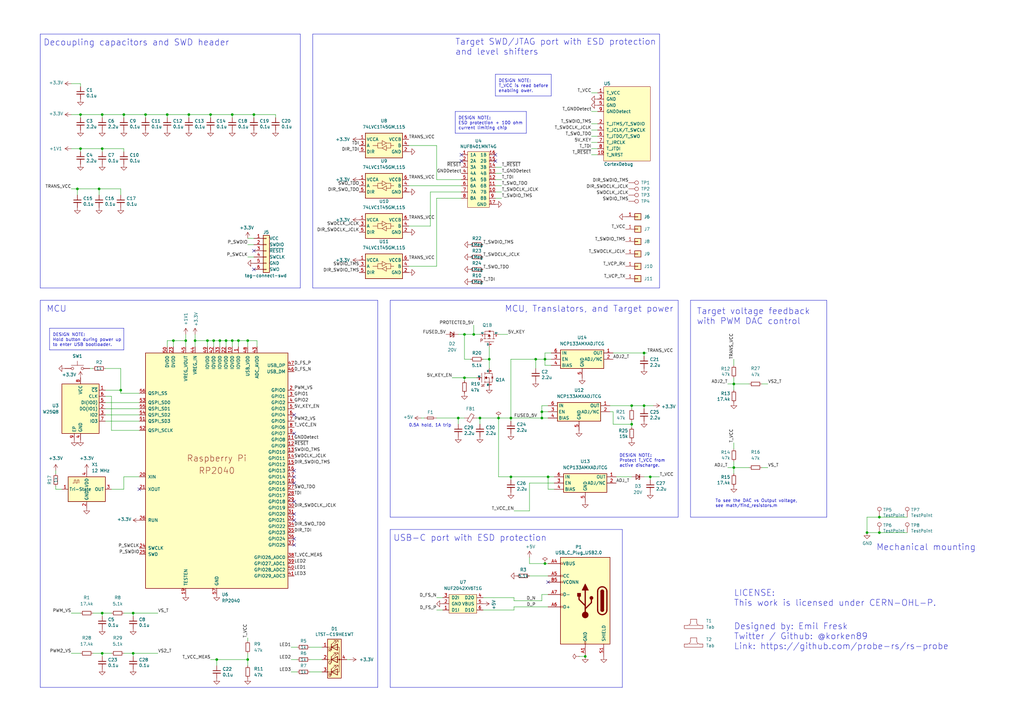
<source format=kicad_sch>
(kicad_sch (version 20231120) (generator "eeschema") (generator_version "8.0")
  (paper "A3")
  (junction (at 101.6 270.51))
  (junction (at 222.25 171.45))
  (junction (at 87.63 139.7))
  (junction (at 68.58 46.99))
  (junction (at 190.5 137.16))
  (junction (at 54.61 251.46))
  (junction (at 33.02 46.99))
  (junction (at 196.85 171.45))
  (junction (at 80.01 139.7))
  (junction (at 264.16 166.37))
  (junction (at 50.8 46.99))
  (junction (at 95.25 139.7))
  (junction (at 85.09 139.7))
  (junction (at 360.68 212.09))
  (junction (at 209.55 195.58))
  (junction (at 264.16 144.78))
  (junction (at 190.5 154.94))
  (junction (at 224.79 195.58))
  (junction (at 76.2 139.7))
  (junction (at 204.47 171.45))
  (junction (at 31.75 77.47))
  (junction (at 355.6 218.44))
  (junction (at 40.64 77.47))
  (junction (at 59.69 46.99))
  (junction (at 41.91 46.99))
  (junction (at 86.36 46.99))
  (junction (at 77.47 46.99))
  (junction (at 222.25 168.91))
  (junction (at 259.08 173.99))
  (junction (at 101.6 139.7))
  (junction (at 97.79 139.7))
  (junction (at 200.66 147.32))
  (junction (at 209.55 171.45))
  (junction (at 41.91 251.46))
  (junction (at 88.9 270.51))
  (junction (at 223.52 147.32))
  (junction (at 49.53 160.02))
  (junction (at 41.91 267.97))
  (junction (at 194.31 137.16))
  (junction (at 300.99 191.77))
  (junction (at 259.08 166.37))
  (junction (at 223.52 231.14))
  (junction (at 240.03 269.24))
  (junction (at 95.25 46.99))
  (junction (at 90.17 139.7))
  (junction (at 41.91 60.96))
  (junction (at 104.14 46.99))
  (junction (at 219.71 147.32))
  (junction (at 92.71 139.7))
  (junction (at 71.12 139.7))
  (junction (at 187.96 171.45))
  (junction (at 54.61 267.97))
  (junction (at 300.99 157.48))
  (junction (at 33.02 60.96))
  (junction (at 266.7 195.58))
  (junction (at 360.68 218.44))
  (no_connect (at 120.65 205.74))
  (no_connect (at 120.65 210.82))
  (no_connect (at 120.65 220.98))
  (no_connect (at 120.65 198.12))
  (no_connect (at 104.14 110.49))
  (no_connect (at 120.65 223.52))
  (no_connect (at 120.65 170.18))
  (no_connect (at 120.65 213.36))
  (no_connect (at 189.23 66.04))
  (no_connect (at 224.79 238.76))
  (no_connect (at 203.2 66.04))
  (no_connect (at 104.14 102.87))
  (no_connect (at 57.15 200.66))
  (no_connect (at 120.65 195.58))
  (no_connect (at 120.65 177.8))
  (no_connect (at 203.2 63.5))
  (no_connect (at 120.65 193.04))
  (no_connect (at 189.23 63.5))
  (wire (pts (xy 205.74 73.66) (xy 203.2 73.66)))
  (wire (pts (xy 25.4 200.66) (xy 22.86 200.66)))
  (wire (pts (xy 196.85 171.45) (xy 196.85 173.99)))
  (wire (pts (xy 185.42 154.94) (xy 190.5 154.94)))
  (wire (pts (xy 222.25 243.84) (xy 222.25 246.38)))
  (wire (pts (xy 95.25 46.99) (xy 104.14 46.99)))
  (wire (pts (xy 43.18 170.18) (xy 57.15 170.18)))
  (wire (pts (xy 76.2 139.7) (xy 76.2 142.24)))
  (wire (pts (xy 45.72 176.53) (xy 45.72 162.56)))
  (wire (pts (xy 250.19 168.91) (xy 251.46 168.91)))
  (polyline (pts (xy 339.09 212.09) (xy 339.09 123.19)))
  (wire (pts (xy 29.21 34.29) (xy 33.02 34.29)))
  (wire (pts (xy 127 270.51) (xy 132.08 270.51)))
  (polyline (pts (xy 16.51 123.19) (xy 154.94 123.19)))
  (wire (pts (xy 266.7 195.58) (xy 270.51 195.58)))
  (wire (pts (xy 95.25 139.7) (xy 97.79 139.7)))
  (wire (pts (xy 264.16 195.58) (xy 266.7 195.58)))
  (wire (pts (xy 222.25 168.91) (xy 222.25 166.37)))
  (wire (pts (xy 300.99 157.48) (xy 307.34 157.48)))
  (wire (pts (xy 41.91 60.96) (xy 41.91 62.23)))
  (wire (pts (xy 54.61 251.46) (xy 64.77 251.46)))
  (wire (pts (xy 41.91 251.46) (xy 45.72 251.46)))
  (wire (pts (xy 101.6 139.7) (xy 105.41 139.7)))
  (wire (pts (xy 167.64 109.22) (xy 179.07 109.22)))
  (wire (pts (xy 223.52 149.86) (xy 223.52 147.32)))
  (wire (pts (xy 245.11 50.8) (xy 242.57 50.8)))
  (wire (pts (xy 95.25 139.7) (xy 95.25 142.24)))
  (wire (pts (xy 38.1 251.46) (xy 41.91 251.46)))
  (wire (pts (xy 355.6 212.09) (xy 355.6 218.44)))
  (wire (pts (xy 198.12 147.32) (xy 200.66 147.32)))
  (wire (pts (xy 176.53 92.71) (xy 176.53 78.74)))
  (wire (pts (xy 190.5 154.94) (xy 195.58 154.94)))
  (wire (pts (xy 314.96 157.48) (xy 312.42 157.48)))
  (wire (pts (xy 29.21 267.97) (xy 33.02 267.97)))
  (wire (pts (xy 29.21 60.96) (xy 33.02 60.96)))
  (wire (pts (xy 173.99 171.45) (xy 172.72 171.45)))
  (wire (pts (xy 179.07 109.22) (xy 179.07 81.28)))
  (wire (pts (xy 68.58 46.99) (xy 68.58 48.26)))
  (wire (pts (xy 259.08 172.72) (xy 259.08 173.99)))
  (polyline (pts (xy 123.19 13.97) (xy 123.19 118.11)))
  (polyline (pts (xy 255.27 281.94) (xy 160.02 281.94)))
  (polyline (pts (xy 16.51 281.94) (xy 16.51 123.19)))
  (wire (pts (xy 190.5 147.32) (xy 190.5 137.16)))
  (wire (pts (xy 132.08 275.59) (xy 127 275.59)))
  (polyline (pts (xy 226.06 39.37) (xy 203.2 39.37)))
  (wire (pts (xy 33.02 60.96) (xy 41.91 60.96)))
  (wire (pts (xy 223.52 147.32) (xy 223.52 144.78)))
  (wire (pts (xy 38.1 267.97) (xy 41.91 267.97)))
  (wire (pts (xy 49.53 151.13) (xy 49.53 160.02)))
  (wire (pts (xy 119.38 275.59) (xy 121.92 275.59)))
  (wire (pts (xy 77.47 46.99) (xy 86.36 46.99)))
  (wire (pts (xy 251.46 168.91) (xy 251.46 173.99)))
  (wire (pts (xy 217.17 231.14) (xy 217.17 228.6)))
  (wire (pts (xy 50.8 200.66) (xy 50.8 195.58)))
  (wire (pts (xy 210.82 248.92) (xy 224.79 248.92)))
  (polyline (pts (xy 270.51 118.11) (xy 128.27 118.11)))
  (wire (pts (xy 50.8 46.99) (xy 50.8 48.26)))
  (wire (pts (xy 250.19 166.37) (xy 259.08 166.37)))
  (wire (pts (xy 33.02 35.56) (xy 33.02 34.29)))
  (wire (pts (xy 29.21 46.99) (xy 33.02 46.99)))
  (polyline (pts (xy 278.13 123.19) (xy 278.13 212.09)))
  (wire (pts (xy 179.07 245.11) (xy 181.61 245.11)))
  (wire (pts (xy 101.6 105.41) (xy 104.14 105.41)))
  (wire (pts (xy 49.53 160.02) (xy 49.53 161.29)))
  (wire (pts (xy 264.16 144.78) (xy 265.43 144.78)))
  (wire (pts (xy 360.68 212.09) (xy 355.6 212.09)))
  (wire (pts (xy 179.07 81.28) (xy 189.23 81.28)))
  (wire (pts (xy 45.72 162.56) (xy 43.18 162.56)))
  (polyline (pts (xy 270.51 13.97) (xy 270.51 118.11)))
  (wire (pts (xy 85.09 139.7) (xy 87.63 139.7)))
  (wire (pts (xy 223.52 231.14) (xy 217.17 231.14)))
  (wire (pts (xy 198.12 250.19) (xy 210.82 250.19)))
  (wire (pts (xy 203.2 68.58) (xy 205.74 68.58)))
  (wire (pts (xy 33.02 46.99) (xy 41.91 46.99)))
  (wire (pts (xy 50.8 251.46) (xy 54.61 251.46)))
  (polyline (pts (xy 339.09 123.19) (xy 283.21 123.19)))
  (wire (pts (xy 223.52 147.32) (xy 219.71 147.32)))
  (wire (pts (xy 222.25 171.45) (xy 222.25 168.91)))
  (wire (pts (xy 29.21 77.47) (xy 31.75 77.47)))
  (polyline (pts (xy 160.02 217.17) (xy 255.27 217.17)))
  (wire (pts (xy 224.79 168.91) (xy 222.25 168.91)))
  (wire (pts (xy 40.64 77.47) (xy 40.64 80.01)))
  (wire (pts (xy 77.47 46.99) (xy 77.47 48.26)))
  (polyline (pts (xy 128.27 118.11) (xy 128.27 13.97)))
  (polyline (pts (xy 215.9 54.61) (xy 186.69 54.61)))
  (wire (pts (xy 210.82 248.92) (xy 210.82 250.19)))
  (wire (pts (xy 196.85 171.45) (xy 204.47 171.45)))
  (wire (pts (xy 43.18 151.13) (xy 49.53 151.13)))
  (wire (pts (xy 41.91 251.46) (xy 41.91 252.73)))
  (polyline (pts (xy 203.2 39.37) (xy 203.2 30.48)))
  (wire (pts (xy 300.99 154.94) (xy 300.99 157.48)))
  (wire (pts (xy 43.18 160.02) (xy 49.53 160.02)))
  (wire (pts (xy 87.63 139.7) (xy 90.17 139.7)))
  (polyline (pts (xy 160.02 281.94) (xy 160.02 217.17)))
  (wire (pts (xy 80.01 139.7) (xy 85.09 139.7)))
  (wire (pts (xy 190.5 137.16) (xy 194.31 137.16)))
  (wire (pts (xy 300.99 189.23) (xy 300.99 191.77)))
  (wire (pts (xy 251.46 173.99) (xy 259.08 173.99)))
  (wire (pts (xy 36.83 151.13) (xy 38.1 151.13)))
  (wire (pts (xy 372.11 212.09) (xy 360.68 212.09)))
  (wire (pts (xy 203.2 71.12) (xy 205.74 71.12)))
  (wire (pts (xy 245.11 53.34) (xy 242.57 53.34)))
  (wire (pts (xy 264.16 166.37) (xy 267.97 166.37)))
  (wire (pts (xy 195.58 171.45) (xy 196.85 171.45)))
  (wire (pts (xy 372.11 218.44) (xy 360.68 218.44)))
  (wire (pts (xy 179.07 73.66) (xy 189.23 73.66)))
  (wire (pts (xy 121.92 270.51) (xy 119.38 270.51)))
  (wire (pts (xy 41.91 60.96) (xy 50.8 60.96)))
  (wire (pts (xy 245.11 63.5) (xy 242.57 63.5)))
  (wire (pts (xy 88.9 270.51) (xy 88.9 273.05)))
  (polyline (pts (xy 215.9 45.72) (xy 215.9 54.61)))
  (wire (pts (xy 204.47 171.45) (xy 209.55 171.45)))
  (wire (pts (xy 101.6 270.51) (xy 88.9 270.51)))
  (wire (pts (xy 176.53 78.74) (xy 189.23 78.74)))
  (polyline (pts (xy 16.51 118.11) (xy 16.51 13.97)))
  (wire (pts (xy 360.68 218.44) (xy 355.6 218.44)))
  (wire (pts (xy 50.8 60.96) (xy 50.8 62.23)))
  (wire (pts (xy 105.41 139.7) (xy 105.41 142.24)))
  (wire (pts (xy 101.6 270.51) (xy 101.6 267.97)))
  (wire (pts (xy 127 265.43) (xy 132.08 265.43)))
  (wire (pts (xy 259.08 173.99) (xy 259.08 175.26)))
  (wire (pts (xy 300.99 157.48) (xy 300.99 160.02)))
  (wire (pts (xy 167.64 92.71) (xy 176.53 92.71)))
  (wire (pts (xy 204.47 171.45) (xy 204.47 195.58)))
  (wire (pts (xy 50.8 195.58) (xy 57.15 195.58)))
  (polyline (pts (xy 154.94 123.19) (xy 154.94 281.94)))
  (wire (pts (xy 227.33 200.66) (xy 224.79 200.66)))
  (wire (pts (xy 198.12 245.11) (xy 210.82 245.11)))
  (wire (pts (xy 193.04 147.32) (xy 190.5 147.32)))
  (wire (pts (xy 104.14 46.99) (xy 104.14 48.26)))
  (wire (pts (xy 300.99 147.32) (xy 300.99 149.86)))
  (polyline (pts (xy 278.13 212.09) (xy 160.02 212.09)))
  (wire (pts (xy 179.07 59.69) (xy 179.07 73.66)))
  (wire (pts (xy 92.71 139.7) (xy 95.25 139.7)))
  (wire (pts (xy 57.15 176.53) (xy 45.72 176.53)))
  (wire (pts (xy 101.6 97.79) (xy 104.14 97.79)))
  (polyline (pts (xy 226.06 30.48) (xy 226.06 39.37)))
  (wire (pts (xy 76.2 139.7) (xy 71.12 139.7)))
  (wire (pts (xy 223.52 144.78) (xy 226.06 144.78)))
  (wire (pts (xy 187.96 171.45) (xy 187.96 173.99)))
  (wire (pts (xy 209.55 171.45) (xy 222.25 171.45)))
  (wire (pts (xy 245.11 55.88) (xy 242.57 55.88)))
  (wire (pts (xy 245.11 60.96) (xy 242.57 60.96)))
  (wire (pts (xy 41.91 46.99) (xy 50.8 46.99)))
  (wire (pts (xy 200.66 147.32) (xy 200.66 151.13)))
  (wire (pts (xy 217.17 209.55) (xy 210.82 209.55)))
  (wire (pts (xy 210.82 246.38) (xy 222.25 246.38)))
  (wire (pts (xy 210.82 245.11) (xy 210.82 246.38)))
  (wire (pts (xy 101.6 261.62) (xy 101.6 262.89)))
  (wire (pts (xy 209.55 195.58) (xy 224.79 195.58)))
  (wire (pts (xy 41.91 267.97) (xy 41.91 269.24)))
  (wire (pts (xy 224.79 171.45) (xy 222.25 171.45)))
  (wire (pts (xy 200.66 142.24) (xy 200.66 147.32)))
  (wire (pts (xy 242.57 45.72) (xy 245.11 45.72)))
  (wire (pts (xy 59.69 46.99) (xy 59.69 48.26)))
  (wire (pts (xy 90.17 139.7) (xy 92.71 139.7)))
  (wire (pts (xy 142.24 270.51) (xy 143.51 270.51)))
  (wire (pts (xy 97.79 139.7) (xy 97.79 142.24)))
  (wire (pts (xy 204.47 137.16) (xy 208.28 137.16)))
  (wire (pts (xy 40.64 77.47) (xy 49.53 77.47)))
  (polyline (pts (xy 283.21 212.09) (xy 339.09 212.09)))
  (wire (pts (xy 113.03 46.99) (xy 113.03 48.26)))
  (polyline (pts (xy 20.32 143.51) (xy 20.32 134.62)))
  (wire (pts (xy 167.64 76.2) (xy 189.23 76.2)))
  (wire (pts (xy 31.75 77.47) (xy 31.75 80.01)))
  (polyline (pts (xy 50.8 143.51) (xy 20.32 143.51)))
  (wire (pts (xy 50.8 46.99) (xy 59.69 46.99)))
  (wire (pts (xy 298.45 157.48) (xy 300.99 157.48)))
  (wire (pts (xy 85.09 139.7) (xy 85.09 142.24)))
  (wire (pts (xy 50.8 267.97) (xy 54.61 267.97)))
  (wire (pts (xy 179.07 171.45) (xy 187.96 171.45)))
  (wire (pts (xy 203.2 78.74) (xy 205.74 78.74)))
  (wire (pts (xy 43.18 172.72) (xy 57.15 172.72)))
  (wire (pts (xy 204.47 195.58) (xy 209.55 195.58)))
  (wire (pts (xy 223.52 147.32) (xy 226.06 147.32)))
  (wire (pts (xy 203.2 81.28) (xy 205.74 81.28)))
  (wire (pts (xy 54.61 267.97) (xy 54.61 269.24)))
  (wire (pts (xy 43.18 167.64) (xy 57.15 167.64)))
  (wire (pts (xy 194.31 133.35) (xy 194.31 137.16)))
  (polyline (pts (xy 16.51 13.97) (xy 123.19 13.97)))
  (polyline (pts (xy 160.02 123.19) (xy 278.13 123.19)))
  (wire (pts (xy 217.17 236.22) (xy 224.79 236.22)))
  (wire (pts (xy 187.96 137.16) (xy 190.5 137.16)))
  (polyline (pts (xy 20.32 134.62) (xy 50.8 134.62)))
  (wire (pts (xy 71.12 139.7) (xy 71.12 142.24)))
  (wire (pts (xy 224.79 200.66) (xy 224.79 195.58)))
  (wire (pts (xy 54.61 251.46) (xy 54.61 252.73)))
  (wire (pts (xy 101.6 100.33) (xy 104.14 100.33)))
  (wire (pts (xy 203.2 76.2) (xy 205.74 76.2)))
  (wire (pts (xy 33.02 60.96) (xy 33.02 62.23)))
  (wire (pts (xy 86.36 46.99) (xy 86.36 48.26)))
  (wire (pts (xy 41.91 267.97) (xy 45.72 267.97)))
  (wire (pts (xy 187.96 171.45) (xy 190.5 171.45)))
  (wire (pts (xy 49.53 161.29) (xy 57.15 161.29)))
  (wire (pts (xy 80.01 139.7) (xy 80.01 142.24)))
  (wire (pts (xy 190.5 154.94) (xy 190.5 156.21)))
  (wire (pts (xy 59.69 46.99) (xy 68.58 46.99)))
  (wire (pts (xy 314.96 191.77) (xy 312.42 191.77)))
  (wire (pts (xy 68.58 139.7) (xy 68.58 142.24)))
  (wire (pts (xy 43.18 165.1) (xy 57.15 165.1)))
  (wire (pts (xy 22.86 193.04) (xy 22.86 194.31)))
  (polyline (pts (xy 186.69 45.72) (xy 215.9 45.72)))
  (wire (pts (xy 259.08 166.37) (xy 264.16 166.37)))
  (wire (pts (xy 54.61 267.97) (xy 64.77 267.97)))
  (wire (pts (xy 224.79 231.14) (xy 223.52 231.14)))
  (wire (pts (xy 71.12 139.7) (xy 68.58 139.7)))
  (wire (pts (xy 87.63 139.7) (xy 87.63 142.24)))
  (wire (pts (xy 88.9 270.51) (xy 86.36 270.51)))
  (wire (pts (xy 179.07 250.19) (xy 181.61 250.19)))
  (wire (pts (xy 300.99 191.77) (xy 307.34 191.77)))
  (wire (pts (xy 300.99 191.77) (xy 300.99 194.31)))
  (wire (pts (xy 217.17 198.12) (xy 217.17 209.55)))
  (polyline (pts (xy 123.19 118.11) (xy 16.51 118.11)))
  (wire (pts (xy 217.17 198.12) (xy 227.33 198.12)))
  (wire (pts (xy 167.64 59.69) (xy 179.07 59.69)))
  (polyline (pts (xy 154.94 281.94) (xy 16.51 281.94)))
  (wire (pts (xy 209.55 171.45) (xy 209.55 172.72)))
  (wire (pts (xy 251.46 144.78) (xy 264.16 144.78)))
  (polyline (pts (xy 50.8 134.62) (xy 50.8 143.51)))
  (wire (pts (xy 226.06 149.86) (xy 223.52 149.86)))
  (polyline (pts (xy 203.2 30.48) (xy 226.06 30.48)))
  (wire (pts (xy 209.55 147.32) (xy 209.55 171.45)))
  (wire (pts (xy 264.16 166.37) (xy 264.16 167.64)))
  (wire (pts (xy 219.71 147.32) (xy 219.71 151.13)))
  (wire (pts (xy 101.6 273.05) (xy 101.6 270.51)))
  (wire (pts (xy 300.99 181.61) (xy 300.99 184.15)))
  (wire (pts (xy 31.75 77.47) (xy 40.64 77.47)))
  (wire (pts (xy 41.91 46.99) (xy 41.91 48.26)))
  (polyline (pts (xy 186.69 54.61) (xy 186.69 45.72)))
  (wire (pts (xy 104.14 46.99) (xy 113.03 46.99)))
  (wire (pts (xy 68.58 46.99) (xy 77.47 46.99)))
  (wire (pts (xy 224.79 195.58) (xy 227.33 195.58)))
  (wire (pts (xy 298.45 191.77) (xy 300.99 191.77)))
  (wire (pts (xy 242.57 38.1) (xy 245.11 38.1)))
  (wire (pts (xy 101.6 139.7) (xy 101.6 142.24)))
  (wire (pts (xy 90.17 139.7) (xy 90.17 142.24)))
  (wire (pts (xy 194.31 137.16) (xy 196.85 137.16)))
  (polyline (pts (xy 283.21 123.19) (xy 283.21 212.09)))
  (wire (pts (xy 266.7 195.58) (xy 266.7 196.85)))
  (wire (pts (xy 219.71 147.32) (xy 209.55 147.32)))
  (wire (pts (xy 119.38 265.43) (xy 121.92 265.43)))
  (polyline (pts (xy 128.27 13.97) (xy 270.51 13.97)))
  (polyline (pts (xy 160.02 212.09) (xy 160.02 123.19)))
  (wire (pts (xy 86.36 46.99) (xy 95.25 46.99)))
  (wire (pts (xy 45.72 200.66) (xy 50.8 200.66)))
  (wire (pts (xy 22.86 200.66) (xy 22.86 199.39)))
  (wire (pts (xy 95.25 46.99) (xy 95.25 48.26)))
  (wire (pts (xy 29.21 251.46) (xy 33.02 251.46)))
  (wire (pts (xy 97.79 139.7) (xy 101.6 139.7)))
  (wire (pts (xy 242.57 58.42) (xy 245.11 58.42)))
  (wire (pts (xy 252.73 195.58) (xy 259.08 195.58)))
  (wire (pts (xy 92.71 139.7) (xy 92.71 142.24)))
  (wire (pts (xy 49.53 77.47) (xy 49.53 80.01)))
  (wire (pts (xy 224.79 243.84) (xy 222.25 243.84)))
  (wire (pts (xy 80.01 137.16) (xy 80.01 139.7)))
  (wire (pts (xy 237.49 269.24) (xy 240.03 269.24)))
  (wire (pts (xy 76.2 137.16) (xy 76.2 139.7)))
  (polyline (pts (xy 255.27 217.17) (xy 255.27 281.94)))
  (wire (pts (xy 264.16 144.78) (xy 264.16 146.05)))
  (wire (pts (xy 33.02 46.99) (xy 33.02 48.26)))
  (wire (pts (xy 222.25 166.37) (xy 224.79 166.37)))
  (wire (pts (xy 209.55 195.58) (xy 209.55 196.85)))
  (wire (pts (xy 259.08 166.37) (xy 259.08 167.64)))
  (text "Target voltage feedback \nwith PWM DAC control" (at 285.75 133.35 0) (effects (font (size 2.54 2.54)) (justify left bottom)))
  (text "DESIGN NOTE:\nESD protection + 100 ohm \ncurrent limiting chip" (at 187.96 53.34 0) (effects (font (size 1.27 1.27)) (justify left bottom)))
  (text "DESIGN NOTE:\nProtect T_VCC from \nactive discharge." (at 254 191.77 0) (effects (font (size 1.27 1.27)) (justify left bottom)))
  (text "Designed by: Emil Fresk\nTwitter / Github: @korken89\nLink: https://github.com/probe-rs/rs-probe" (at 300.99 266.7 0) (effects (font (size 2.54 2.54)) (justify left bottom)))
  (text "DESIGN NOTE:\nT_VCC is read before \nenabling ower." (at 204.47 38.1 0) (effects (font (size 1.27 1.27)) (justify left bottom)))
  (text "Mechanical mounting" (at 359.41 226.06 0) (effects (font (size 2.54 2.54)) (justify left bottom)))
  (text "DESIGN NOTE:\nHold button during power up\nto enter USB bootloader." (at 21.59 142.24 0) (effects (font (size 1.27 1.27)) (justify left bottom)))
  (text "0.5A hold, 1A trip" (at 167.64 175.26 0) (effects (font (size 1.27 1.27)) (justify left bottom)))
  (text "MCU, Translators, and Target power" (at 207.01 128.27 0) (effects (font (size 2.54 2.54)) (justify left bottom)))
  (text "MCU" (at 19.05 128.27 0) (effects (font (size 2.54 2.54)) (justify left bottom)))
  (text "USB-C port with ESD protection" (at 161.29 222.25 0) (effects (font (size 2.54 2.54)) (justify left bottom)))
  (text "To see the DAC vs Output voltage, \nsee math/find_resistors.m" (at 293.37 208.28 0) (effects (font (size 1.27 1.27)) (justify left bottom)))
  (text "Target SWD/JTAG port with ESD protection\nand level shifters" (at 186.69 22.86 0) (effects (font (size 2.54 2.54)) (justify left bottom)))
  (text "Decoupling capacitors and SWD header" (at 17.78 19.05 0) (effects (font (size 2.54 2.54)) (justify left bottom)))
  (text "LICENSE:\nThis work is licensed under CERN-OHL-P." (at 300.99 248.92 0) (effects (font (size 2.54 2.54)) (justify left bottom)))
  (label "SWDCLK_JCLK" (at 120.65 187.96 0))
  (label "DIR_TDI" (at 147.32 62.23 180))
  (label "T_VCP_RX" (at 256.54 109.22 180))
  (label "~{RESET}" (at 120.65 182.88 0))
  (label "PWM_VS" (at 29.21 251.46 180))
  (label "SWDCLK_JCLK" (at 147.32 92.71 180))
  (label "T_VCC" (at 256.54 93.98 180))
  (label "GNDDetect" (at 189.23 71.12 180))
  (label "T_GNDDetect" (at 205.74 71.12 0))
  (label "GNDDetect" (at 120.65 180.34 0))
  (label "DIR_SWO_TDO" (at 147.32 78.74 180))
  (label "TRANS_VCC" (at 167.64 106.68 0))
  (label "TRANS_VCC" (at 167.64 57.15 0))
  (label "T_SWDCLK_JCLK" (at 205.74 78.74 0))
  (label "TRANS_VCC" (at 265.43 144.78 0))
  (label "T_SWO_TDO" (at 198.12 110.49 0))
  (label "VS2_T" (at 314.96 157.48 0))
  (label "T_~{RESET}" (at 242.57 63.5 180))
  (label "T_VCC" (at 101.6 261.62 90))
  (label "DIR_TDI" (at 120.65 218.44 0))
  (label "DIR_SWDIO_TMS" (at 120.65 190.5 0))
  (label "VS_T" (at 64.77 251.46 0))
  (label "SWO_TDO" (at 147.32 76.2 180))
  (label "T_SWDIO_TMS" (at 242.57 50.8 180))
  (label "TRANS_VCC" (at 167.64 90.17 0))
  (label "DIR_SWO_TDO" (at 120.65 215.9 0))
  (label "LED1" (at 120.65 233.68 0))
  (label "T_SWDIO_TMS" (at 256.54 99.06 180))
  (label "5V_KEY" (at 242.57 58.42 180))
  (label "T_VCC" (at 300.99 181.61 90))
  (label "P_SWDIO" (at 101.6 100.33 180))
  (label "ADJ2_T" (at 251.46 147.32 0))
  (label "T_VCC_MEAS" (at 86.36 270.51 180))
  (label "~{RESET}" (at 189.23 68.58 180))
  (label "SWDCLK_JCLK" (at 257.81 80.01 180))
  (label "P_SWCLK" (at 101.6 105.41 180))
  (label "P_SWCLK" (at 57.15 224.79 180))
  (label "LED3" (at 119.38 275.59 180))
  (label "T_VCC" (at 242.57 38.1 180))
  (label "TRANS_VCC" (at 300.99 147.32 90))
  (label "T_VCC" (at 270.51 195.58 0))
  (label "PWM2_VS" (at 29.21 267.97 180))
  (label "T_SWO_TDO" (at 242.57 55.88 180))
  (label "LED1" (at 119.38 265.43 180))
  (label "DIR_SWDCLK_JCLK" (at 257.81 77.47 180))
  (label "D_FS_N" (at 179.07 245.11 180))
  (label "D_P" (at 219.71 248.92 180))
  (label "DIR_SWDCLK_JCLK" (at 147.32 95.25 180))
  (label "T_~{RESET}" (at 205.74 68.58 0))
  (label "T_TDI" (at 198.12 115.57 0))
  (label "5V_KEY" (at 208.28 137.16 0))
  (label "T_SWDCLK_JCLK" (at 242.57 53.34 180))
  (label "ADJ2_T" (at 298.45 157.48 180))
  (label "TRANS_VCC" (at 29.21 77.47 180))
  (label "D_FS_P" (at 120.65 149.86 0))
  (label "VS2_T" (at 64.77 267.97 0))
  (label "DIR_SWDIO_TMS" (at 257.81 74.93 180))
  (label "TDI" (at 147.32 59.69 180))
  (label "SWDIO_TMS" (at 147.32 109.22 180))
  (label "TDI" (at 120.65 203.2 0))
  (label "T_VCC_EN" (at 210.82 209.55 180))
  (label "SWO_TDO" (at 120.65 200.66 0))
  (label "PWM2_VS" (at 120.65 172.72 0))
  (label "VS_T" (at 314.96 191.77 0))
  (label "LED3" (at 120.65 236.22 0))
  (label "T_GNDDetect" (at 242.57 45.72 180))
  (label "5V_KEY_EN" (at 185.42 154.94 180))
  (label "T_TDI" (at 242.57 60.96 180))
  (label "ADJ_T" (at 298.45 191.77 180))
  (label "GPIO1" (at 120.65 162.56 0))
  (label "SWDIO_TMS" (at 120.65 185.42 0))
  (label "LED2" (at 120.65 231.14 0))
  (label "D_N" (at 219.71 246.38 180))
  (label "D_FS_N" (at 120.65 152.4 0))
  (label "T_TDI" (at 205.74 73.66 0))
  (label "T_SWDCLK_JCLK" (at 256.54 104.14 180))
  (label "ADJ_T" (at 252.73 198.12 0))
  (label "T_SWDCLK_JCLK" (at 198.12 105.41 0))
  (label "5V_KEY_EN" (at 120.65 167.64 0))
  (label "FUSED_5V" (at 182.88 137.16 180))
  (label "PROTECTED_5V" (at 194.31 133.35 180))
  (label "DIR_SWDIO_TMS" (at 147.32 111.76 180))
  (label "LED2" (at 119.38 270.51 180))
  (label "T_VCC_EN" (at 120.65 175.26 0))
  (label "T_SWDIO_TMS" (at 205.74 81.28 0))
  (label "D_FS_P" (at 179.07 250.19 180))
  (label "T_VCP_TX" (at 256.54 114.3 180))
  (label "DIR_SWDCLK_JCLK" (at 120.65 208.28 0))
  (label "SWDIO_TMS" (at 257.81 82.55 180))
  (label "GPIO2" (at 120.65 165.1 0))
  (label "FUSED_5V" (at 210.82 171.45 0))
  (label "PWM_VS" (at 120.65 160.02 0))
  (label "T_VCC_MEAS" (at 120.65 228.6 0))
  (label "TRANS_VCC" (at 167.64 73.66 0))
  (label "T_SWDIO_TMS" (at 198.12 100.33 0))
  (label "T_SWO_TDO" (at 205.74 76.2 0))
  (label "P_SWDIO" (at 57.15 227.33 180))
  (symbol (lib_id "power:GND") (at 49.53 85.09 0) (unit 1)
    (property "Reference" "#PWR020" (effects (hide yes)))
    (property "Value" "GND" (effects (hide yes)))
  )
  (symbol (lib_id "power:+3.3V") (at 143.51 270.51 270) (unit 1)
    (property "Reference" "#PWR041" (effects (hide yes)))
    (property "Value" "+3.3V" (at 147.32 270.5099 90) (effects (justify left)))
  )
  (symbol (lib_id "power:GND") (at 355.6 218.44 0) (unit 1)
    (property "Reference" "#PWR094" (effects (hide yes)))
    (property "Value" "GND" (at 355.727 222.8342 0))
  )
  (symbol (lib_id "rs-probe:74LVC1T45") (at 157.48 76.2 0) (unit 1)
    (property "Reference" "U9" (at 157.48 66.04 0))
    (property "Value" "74LVC1T45GM,115" (at 157.48 68.58 0))
    (property "Footprint" "Package_TO_SOT_SMD:SOT-886" (effects (hide yes)))
    (property "Datasheet" "https://www.diodes.com/assets/Datasheets/74LVC1T45.pdf" (effects (hide yes)))
    (property "LCSC" "C548481, C548480, C548479" (effects (hide yes)))
    (property "MFPN" "74LVC1T45GM,115" (effects (hide yes)))
  )
  (symbol (lib_id "power:GND") (at 245.11 43.18 270) (unit 1)
    (property "Reference" "#PWR079" (effects (hide yes)))
    (property "Value" "GND" (effects (hide yes)))
  )
  (symbol (lib_id "power:GND") (at 68.58 53.34 0) (unit 1)
    (property "Reference" "#PWR027" (effects (hide yes)))
    (property "Value" "GND" (effects (hide yes)))
  )
  (symbol (lib_id "Device:R_Small") (at 35.56 251.46 270) (unit 1)
    (property "Reference" "R1" (at 35.56 245.11 90))
    (property "Value" "17.4k" (at 35.56 247.65 90))
    (property "Footprint" "passive:R_0402" (effects (hide yes)))
    (property "Tolerance" "1%" (effects (hide yes)))
    (property "LCSC" "C409673" (effects (hide yes)))
  )
  (symbol (lib_id "Device:C_Small") (at 33.02 38.1 0) (unit 1)
    (property "Reference" "C1" (at 35.3568 36.9316 0) (effects (justify left)))
    (property "Value" "0.1u" (at 35.3568 39.243 0) (effects (justify left)))
    (property "Footprint" "passive:C_0402" (effects (hide yes)))
    (property "Tolerance" "25V, X7R" (effects (hide yes)))
    (property "LCSC" "C56392" (effects (hide yes)))
  )
  (symbol (lib_id "power:GND") (at 264.16 172.72 0) (unit 1)
    (property "Reference" "#PWR084" (effects (hide yes)))
    (property "Value" "GND" (effects (hide yes)))
  )
  (symbol (lib_id "Device:C_Small") (at 219.71 153.67 0) (unit 1)
    (property "Reference" "C2" (at 222.0468 152.5016 0) (effects (justify left)))
    (property "Value" "2.2u" (at 222.0468 154.813 0) (effects (justify left)))
    (property "Footprint" "passive:C_0402" (effects (hide yes)))
    (property "Tolerance" "10V, X5R" (effects (hide yes)))
    (property "LCSC" "C77002" (effects (hide yes)))
  )
  (symbol (lib_id "Device:R_Small") (at 300.99 196.85 180) (unit 1)
    (property "Reference" "R15" (at 299.5168 195.6816 0) (effects (justify left)))
    (property "Value" "17.4k" (at 299.5168 197.993 0) (effects (justify left)))
    (property "Footprint" "passive:R_0402" (effects (hide yes)))
    (property "Tolerance" "1%" (effects (hide yes)))
    (property "LCSC" "C409673" (effects (hide yes)))
  )
  (symbol (lib_id "Device:C_Small") (at 40.64 82.55 0) (unit 1)
    (property "Reference" "C16" (at 42.9768 81.3816 0) (effects (justify left)))
    (property "Value" "0.1u" (at 42.9768 83.693 0) (effects (justify left)))
    (property "Footprint" "passive:C_0402" (effects (hide yes)))
    (property "Tolerance" "25V, X7R" (effects (hide yes)))
    (property "LCSC" "C56392" (effects (hide yes)))
  )
  (symbol (lib_id "Switch:SW_Push") (at 31.75 151.13 0) (unit 1)
    (property "Reference" "SW1" (at 31.75 146.05 0))
    (property "Value" "EVQ-P2002W" (effects (hide yes)))
    (property "Footprint" "Button_Switch_SMD:SW_SPST_EVQP2" (effects (hide yes)))
    (property "LCSC" "C79148, C713481" (effects (hide yes)))
    (property "MFPN" "EVQ-P2002W" (effects (hide yes)))
  )
  (symbol (lib_id "Regulator_Linear:NCP133AMX100TCG") (at 240.03 198.12 0) (unit 1)
    (property "Reference" "U13" (at 240.03 189.23 0))
    (property "Value" "NCP133AMXADJTCG" (at 240.03 191.77 0))
    (property "Footprint" "Package_DFN_QFN:DFN-6-1EP_1.2x1.2mm_P0.4mm_EP0.3x0.94mm_PullBack" (effects (hide yes)))
    (property "Datasheet" "http://www.onsemi.com/pub/Collateral/NCP133-D.PDF" (effects (hide yes)))
    (property "LCSC" "C457672" (effects (hide yes)))
    (property "MFPN" "NCP133AMXADJTCG" (effects (hide yes)))
  )
  (symbol (lib_id "Device:R_Small") (at 101.6 275.59 0) (unit 1)
    (property "Reference" "R11" (at 104.14 274.3199 0) (effects (justify left)))
    (property "Value" "47k" (at 104.14 276.8599 0) (effects (justify left)))
    (property "Footprint" "passive:R_0402" (effects (hide yes)))
    (property "Tolerance" "1%" (effects (hide yes)))
    (property "LCSC" "C144757" (effects (hide yes)))
  )
  (symbol (lib_id "power:GND") (at 35.56 208.28 0) (unit 1)
    (property "Reference" "#PWR014" (effects (hide yes)))
    (property "Value" "GND" (effects (hide yes)))
  )
  (symbol (lib_id "power:+3.3V") (at 147.32 73.66 90) (mirror x) (unit 1)
    (property "Reference" "#PWR045" (effects (hide yes)))
    (property "Value" "+3.3V" (at 143.51 73.6599 90) (effects (justify left)))
  )
  (symbol (lib_id "Device:C_Small") (at 88.9 275.59 0) (unit 1)
    (property "Reference" "C22" (at 91.2368 274.4216 0) (effects (justify left)))
    (property "Value" "0.1u" (at 91.2368 276.733 0) (effects (justify left)))
    (property "Footprint" "passive:C_0402" (effects (hide yes)))
    (property "Tolerance" "25V, X7R" (effects (hide yes)))
    (property "LCSC" "C56392" (effects (hide yes)))
  )
  (symbol (lib_id "Device:C_Small") (at 41.91 255.27 0) (unit 1)
    (property "Reference" "C5" (at 44.2468 254.1016 0) (effects (justify left)))
    (property "Value" "0.1u" (at 44.2468 256.413 0) (effects (justify left)))
    (property "Footprint" "passive:C_0402" (effects (hide yes)))
    (property "Tolerance" "25V, X7R" (effects (hide yes)))
    (property "LCSC" "C56392" (effects (hide yes)))
  )
  (symbol (lib_id "power:GND") (at 193.04 110.49 270) (unit 1)
    (property "Reference" "#PWR062" (effects (hide yes)))
    (property "Value" "GND" (effects (hide yes)))
  )
  (symbol (lib_id "power:GND") (at 33.02 53.34 0) (unit 1)
    (property "Reference" "#PWR09" (effects (hide yes)))
    (property "Value" "GND" (effects (hide yes)))
  )
  (symbol (lib_id "Device:C_Small") (at 41.91 271.78 0) (unit 1)
    (property "Reference" "C23" (at 44.2468 270.6116 0) (effects (justify left)))
    (property "Value" "0.1u" (at 44.2468 272.923 0) (effects (justify left)))
    (property "Footprint" "passive:C_0402" (effects (hide yes)))
    (property "Tolerance" "25V, X7R" (effects (hide yes)))
    (property "LCSC" "C56392" (effects (hide yes)))
  )
  (symbol (lib_id "power:GND") (at 88.9 278.13 0) (unit 1)
    (property "Reference" "#PWR034" (effects (hide yes)))
    (property "Value" "GND" (effects (hide yes)))
  )
  (symbol (lib_id "power:GND") (at 259.08 180.34 0) (unit 1)
    (property "Reference" "#PWR082" (effects (hide yes)))
    (property "Value" "GND" (effects (hide yes)))
  )
  (symbol (lib_id "power:GND") (at 167.64 78.74 90) (unit 1)
    (property "Reference" "#PWR051" (effects (hide yes)))
    (property "Value" "GND" (effects (hide yes)))
  )
  (symbol (lib_id "Connector:TestPoint") (at 257.81 82.55 270) (unit 1)
    (property "Reference" "TP4" (at 262.89 82.5499 90) (effects (justify left)))
    (property "Value" "TestPoint" (effects (hide yes)))
    (property "Footprint" "TestPoint:TestPoint_Pad_D1.0mm" (effects (hide yes)))
  )
  (symbol (lib_id "Device:C_Small") (at 33.02 50.8 0) (unit 1)
    (property "Reference" "C3" (at 35.3568 49.6316 0) (effects (justify left)))
    (property "Value" "2.2u" (at 35.3568 51.943 0) (effects (justify left)))
    (property "Footprint" "passive:C_0402" (effects (hide yes)))
    (property "Tolerance" "10V, X5R" (effects (hide yes)))
    (property "LCSC" "C77002" (effects (hide yes)))
  )
  (symbol (lib_id "power:+5V") (at 217.17 228.6 0) (unit 1)
    (property "Reference" "#PWR072" (effects (hide yes)))
    (property "Value" "+5V" (at 217.551 224.2058 0))
  )
  (symbol (lib_id "Device:C_Small") (at 266.7 199.39 0) (unit 1)
    (property "Reference" "C27" (at 269.0368 198.2216 0) (effects (justify left)))
    (property "Value" "2.2u" (at 269.0368 200.533 0) (effects (justify left)))
    (property "Footprint" "passive:C_0402" (effects (hide yes)))
    (property "Tolerance" "10V, X5R" (effects (hide yes)))
    (property "LCSC" "C77002" (effects (hide yes)))
  )
  (symbol (lib_id "power:GND") (at 200.66 158.75 0) (unit 1)
    (property "Reference" "#PWR066" (effects (hide yes)))
    (property "Value" "GND" (effects (hide yes)))
  )
  (symbol (lib_id "power:GND") (at 238.76 154.94 0) (unit 1)
    (property "Reference" "#PWR075" (effects (hide yes)))
    (property "Value" "GND" (effects (hide yes)))
  )
  (symbol (lib_id "Device:C_Small") (at 86.36 50.8 0) (unit 1)
    (property "Reference" "C14" (at 88.6968 49.6316 0) (effects (justify left)))
    (property "Value" "0.1u" (at 88.6968 51.943 0) (effects (justify left)))
    (property "Footprint" "passive:C_0402" (effects (hide yes)))
    (property "Tolerance" "25V, X7R" (effects (hide yes)))
    (property "LCSC" "C56392" (effects (hide yes)))
  )
  (symbol (lib_id "power:GND") (at 300.99 165.1 0) (unit 1)
    (property "Reference" "#PWR088" (effects (hide yes)))
    (property "Value" "GND" (effects (hide yes)))
  )
  (symbol (lib_id "Device:C_Small") (at 68.58 50.8 0) (unit 1)
    (property "Reference" "C12" (at 70.9168 49.6316 0) (effects (justify left)))
    (property "Value" "0.1u" (at 70.9168 51.943 0) (effects (justify left)))
    (property "Footprint" "passive:C_0402" (effects (hide yes)))
    (property "Tolerance" "25V, X7R" (effects (hide yes)))
    (property "LCSC" "C56392" (effects (hide yes)))
  )
  (symbol (lib_id "power:GND") (at 167.64 62.23 90) (unit 1)
    (property "Reference" "#PWR050" (effects (hide yes)))
    (property "Value" "GND" (effects (hide yes)))
  )
  (symbol (lib_id "power:GND") (at 88.9 243.84 0) (unit 1)
    (property "Reference" "#PWR033" (effects (hide yes)))
    (property "Value" "GND" (effects (hide yes)))
  )
  (symbol (lib_id "Device:C_Small") (at 264.16 148.59 0) (unit 1)
    (property "Reference" "C21" (at 266.4968 147.4216 0) (effects (justify left)))
    (property "Value" "2.2u" (at 266.4968 149.733 0) (effects (justify left)))
    (property "Footprint" "passive:C_0402" (effects (hide yes)))
    (property "Tolerance" "10V, X5R" (effects (hide yes)))
    (property "LCSC" "C77002" (effects (hide yes)))
  )
  (symbol (lib_id "Connector:TestPoint") (at 257.81 77.47 270) (unit 1)
    (property "Reference" "TP2" (at 262.89 77.4699 90) (effects (justify left)))
    (property "Value" "TestPoint" (effects (hide yes)))
    (property "Footprint" "TestPoint:TestPoint_Pad_D1.0mm" (effects (hide yes)))
  )
  (symbol (lib_id "Connector:USB_C_Plug_USB2.0") (at 240.03 246.38 0) (mirror y) (unit 1)
    (property "Reference" "P1" (at 237.3122 224.3582 0))
    (property "Value" "USB_C_Plug_USB2.0" (at 237.3122 226.6696 0))
    (property "Footprint" "Expansion_Card:USB_C_Plug_Molex_105444" (effects (hide yes)))
    (property "Datasheet" "https://www.usb.org/sites/default/files/documents/usb_type-c.zip" (effects (hide yes)))
  )
  (symbol (lib_id "power:GND") (at 187.96 179.07 0) (unit 1)
    (property "Reference" "#PWR056" (effects (hide yes)))
    (property "Value" "GND" (effects (hide yes)))
  )
  (symbol (lib_id "power:GND") (at 300.99 199.39 0) (unit 1)
    (property "Reference" "#PWR089" (effects (hide yes)))
    (property "Value" "GND" (effects (hide yes)))
  )
  (symbol (lib_id "Device:C_Small") (at 31.75 82.55 0) (unit 1)
    (property "Reference" "C15" (at 34.0868 81.3816 0) (effects (justify left)))
    (property "Value" "0.1u" (at 34.0868 83.693 0) (effects (justify left)))
    (property "Footprint" "passive:C_0402" (effects (hide yes)))
    (property "Tolerance" "25V, X7R" (effects (hide yes)))
    (property "LCSC" "C56392" (effects (hide yes)))
  )
  (symbol (lib_id "power:+3.3V") (at 80.01 137.16 0) (unit 1)
    (property "Reference" "#PWR031" (effects (hide yes)))
    (property "Value" "+3.3V" (at 80.391 133.9088 90) (effects (justify left)))
  )
  (symbol (lib_id "power:GND") (at 256.54 88.9 270) (unit 1)
    (property "Reference" "#PWR081" (effects (hide yes)))
    (property "Value" "GND" (effects (hide yes)))
  )
  (symbol (lib_id "power:GND") (at 190.5 161.29 0) (unit 1)
    (property "Reference" "#PWR057" (effects (hide yes)))
    (property "Value" "GND" (effects (hide yes)))
  )
  (symbol (lib_id "Device:R_Small") (at 48.26 251.46 270) (unit 1)
    (property "Reference" "R8" (at 48.26 245.11 90))
    (property "Value" "5.1k" (at 48.26 247.65 90))
    (property "Footprint" "passive:R_0402" (effects (hide yes)))
    (property "Tolerance" "1%" (effects (hide yes)))
    (property "LCSC" "C105872" (effects (hide yes)))
  )
  (symbol (lib_id "power:GND") (at 203.2 83.82 90) (unit 1)
    (property "Reference" "#PWR067" (effects (hide yes)))
    (property "Value" "GND" (effects (hide yes)))
  )
  (symbol (lib_id "power:GND") (at 33.02 40.64 0) (unit 1)
    (property "Reference" "#PWR08" (effects (hide yes)))
    (property "Value" "GND" (effects (hide yes)))
  )
  (symbol (lib_id "Connector:TestPoint") (at 257.81 74.93 270) (unit 1)
    (property "Reference" "TP1" (at 262.89 74.9299 90) (effects (justify left)))
    (property "Value" "TestPoint" (effects (hide yes)))
    (property "Footprint" "TestPoint:TestPoint_Pad_D1.0mm" (effects (hide yes)))
  )
  (symbol (lib_id "Connector:TestPoint") (at 372.11 212.09 0) (unit 1)
    (property "Reference" "TP7" (at 373.5832 209.0928 0) (effects (justify left)))
    (property "Value" "TestPoint" (at 373.5832 211.4042 0) (effects (justify left)))
    (property "Footprint" "TestPoint:TestPoint_Pad_1.5x1.5mm" (effects (hide yes)))
  )
  (symbol (lib_id "Device:R_Small") (at 195.58 115.57 90) (unit 1)
    (property "Reference" "R10" (at 195.58 113.03 90))
    (property "Value" "1Meg" (at 195.58 115.57 90))
    (property "Footprint" "passive:R_0402" (effects (hide yes)))
    (property "Tolerance" "1%" (effects (hide yes)))
    (property "LCSC" "C138033" (effects (hide yes)))
  )
  (symbol (lib_id "power:GND") (at 247.65 269.24 0) (unit 1)
    (property "Reference" "#PWR080" (effects (hide yes)))
    (property "Value" "GND" (effects (hide yes)))
  )
  (symbol (lib_id "Device:R_Small") (at 309.88 157.48 90) (unit 1)
    (property "Reference" "R27" (at 309.88 151.13 90))
    (property "Value" "47k" (at 309.88 153.67 90))
    (property "Footprint" "passive:R_0402" (effects (hide yes)))
    (property "Tolerance" "1%" (effects (hide yes)))
    (property "LCSC" "C144757" (effects (hide yes)))
  )
  (symbol (lib_id "Device:Fuse_Small") (at 176.53 171.45 0) (unit 1)
    (property "Reference" "F1" (at 176.53 169.0878 0))
    (property "Value" "Fuse_Small" (effects (hide yes)))
    (property "Footprint" "Fuse:Fuse_0603_1608Metric" (effects (hide yes)))
    (property "Datasheet" "https://www.bourns.com/docs/Product-Datasheets/mffsmf.pdf" (effects (hide yes)))
    (property "MFPN" " MF-FSMF050X-2" (effects (hide yes)))
    (property "LCSC" "C210357" (effects (hide yes)))
  )
  (symbol (lib_id "Device:C_Small") (at 41.91 50.8 0) (unit 1)
    (property "Reference" "C6" (at 44.2468 49.6316 0) (effects (justify left)))
    (property "Value" "2.2u" (at 44.2468 51.943 0) (effects (justify left)))
    (property "Footprint" "passive:C_0402" (effects (hide yes)))
    (property "Tolerance" "10V, X5R" (effects (hide yes)))
    (property "LCSC" "C77002" (effects (hide yes)))
  )
  (symbol (lib_id "power:+3.3V") (at 35.56 193.04 0) (unit 1)
    (property "Reference" "#PWR013" (effects (hide yes)))
    (property "Value" "+3.3V" (at 35.56 187.96 0))
  )
  (symbol (lib_id "power:GND") (at 193.04 115.57 270) (unit 1)
    (property "Reference" "#PWR063" (effects (hide yes)))
    (property "Value" "GND" (effects (hide yes)))
  )
  (symbol (lib_id "Device:R_Small") (at 35.56 267.97 270) (unit 1)
    (property "Reference" "R28" (at 35.56 261.62 90))
    (property "Value" "17.4k" (at 35.56 264.16 90))
    (property "Footprint" "passive:R_0402" (effects (hide yes)))
    (property "Tolerance" "1%" (effects (hide yes)))
    (property "LCSC" "C409673" (effects (hide yes)))
  )
  (symbol (lib_id "power:+3.3V") (at 101.6 97.79 0) (mirror y) (unit 1)
    (property "Reference" "#PWR036" (effects (hide yes)))
    (property "Value" "+3.3V" (at 101.219 93.3958 0))
  )
  (symbol (lib_id "rp2040:RP2040") (at 88.9 193.04 0) (unit 1)
    (property "Reference" "U6" (at 90.9194 243.84 0) (effects (justify left)))
    (property "Value" "RP2040" (at 90.9194 246.38 0) (effects (justify left)))
    (property "Footprint" "qfn:RP2040-QFN-56" (effects (hide yes)))
    (property "Datasheet" "https://datasheets.raspberrypi.com/rp2040/rp2040-datasheet.pdf" (effects (hide yes)))
    (property "LCSC" "C2040" (effects (hide yes)))
    (property "MFPN" "RP2040" (effects (hide yes)))
  )
  (symbol (lib_id "Device:FerriteBead_Small") (at 193.04 171.45 90) (unit 1)
    (property "Reference" "FB1" (at 193.0019 167.64 90))
    (property "Value" "BLM15AX601SN1D" (effects (hide yes)))
    (property "Footprint" "passive:R_0402" (effects (hide yes)))
    (property "MFPN" "BLM15AX601SN1D" (effects (hide yes)))
  )
  (symbol (lib_id "power:GND") (at 264.16 151.13 0) (unit 1)
    (property "Reference" "#PWR083" (effects (hide yes)))
    (property "Value" "GND" (effects (hide yes)))
  )
  (symbol (lib_id "power:GND") (at 50.8 53.34 0) (unit 1)
    (property "Reference" "#PWR021" (effects (hide yes)))
    (property "Value" "GND" (effects (hide yes)))
  )
  (symbol (lib_id "power:GND") (at 77.47 53.34 0) (unit 1)
    (property "Reference" "#PWR030" (effects (hide yes)))
    (property "Value" "GND" (effects (hide yes)))
  )
  (symbol (lib_id "power:GND") (at 30.48 180.34 0) (unit 1)
    (property "Reference" "#PWR06" (effects (hide yes)))
    (property "Value" "GND" (effects (hide yes)))
  )
  (symbol (lib_id "mosfet:NTZD3155C") (at 200.66 137.16 270) (mirror x) (unit 2)
    (property "Reference" "Q1" (at 199.8583 133.35 90))
    (property "Value" "NTZD3155C or CMLDM3757-TR-PBFREE or DMC2400UV-7 or DMG1016VQ-7" (effects (hide yes)))
    (property "Footprint" "sot:SOT-563" (effects (hide yes)))
    (property "Datasheet" "https://www.onsemi.com/pub/Collateral/NTZD3155C-D.PDF" (effects (hide yes)))
    (property "LCSC" "C895156, C236117, C3280275, C177025, C2940616" (effects (hide yes)))
    (property "MFPN" "NTZD3155C or CMLDM3757-TR-PBFREE or DMC2400UV-7 or DMG1016VQ-7" (effects (hide yes)))
  )
  (symbol (lib_id "mosfet:NTZD3155C") (at 200.66 154.94 0) (unit 1)
    (property "Reference" "Q1" (at 203.2 155.7567 0) (effects (justify left)))
    (property "Value" "NTZD3155C or CMLDM3757-TR-PBFREE or DMC2400UV-7 or DMG1016VQ-7" (effects (hide yes)))
    (property "Footprint" "sot:SOT-563" (effects (hide yes)))
    (property "Datasheet" "https://www.onsemi.com/pub/Collateral/NTZD3155C-D.PDF" (effects (hide yes)))
    (property "LCSC" "C895156, C236117, C3280275, C177025, C2940616" (effects (hide yes)))
    (property "MFPN" "NTZD3155C or CMLDM3757-TR-PBFREE or DMC2400UV-7 or DMG1016VQ-7" (effects (hide yes)))
  )
  (symbol (lib_id "power:GND") (at 240.03 269.24 0) (unit 1)
    (property "Reference" "#PWR077" (effects (hide yes)))
    (property "Value" "GND" (effects (hide yes)))
  )
  (symbol (lib_id "kikit:Tab") (at 284.48 264.16 0) (unit 1) (in_bom no)
    (property "Reference" "T2" (at 289.56 262.2549 0) (effects (justify left)))
    (property "Value" "Tab" (at 289.56 264.7949 0) (effects (justify left)))
    (property "Footprint" "kikit:Tab" (effects (hide yes)))
  )
  (symbol (lib_id "power:GND") (at 104.14 53.34 0) (unit 1)
    (property "Reference" "#PWR038" (effects (hide yes)))
    (property "Value" "GND" (effects (hide yes)))
  )
  (symbol (lib_id "Device:C_Small") (at 104.14 50.8 0) (unit 1)
    (property "Reference" "C19" (at 106.4768 49.6316 0) (effects (justify left)))
    (property "Value" "0.1u" (at 106.4768 51.943 0) (effects (justify left)))
    (property "Footprint" "passive:C_0402" (effects (hide yes)))
    (property "Tolerance" "25V, X7R" (effects (hide yes)))
    (property "LCSC" "C56392" (effects (hide yes)))
  )
  (symbol (lib_id "power:GND") (at 266.7 201.93 0) (unit 1)
    (property "Reference" "#PWR085" (effects (hide yes)))
    (property "Value" "GND" (effects (hide yes)))
  )
  (symbol (lib_id "power:GND") (at 41.91 274.32 0) (unit 1)
    (property "Reference" "#PWR019" (effects (hide yes)))
    (property "Value" "GND" (effects (hide yes)))
  )
  (symbol (lib_id "Connector_Generic:Conn_01x01") (at 261.62 104.14 0) (unit 1) (in_bom no)
    (property "Reference" "J9" (at 264.16 104.1399 0) (effects (justify left)))
    (property "Value" "Conn_01x01" (effects (hide yes)))
    (property "Footprint" "connectors:pad_1.5x2.0mm" (effects (hide yes)))
  )
  (symbol (lib_id "power:GND") (at 209.55 201.93 0) (unit 1)
    (property "Reference" "#PWR069" (effects (hide yes)))
    (property "Value" "GND" (effects (hide yes)))
  )
  (symbol (lib_id "Device:C_Small") (at 50.8 50.8 0) (unit 1)
    (property "Reference" "C9" (at 53.1368 49.6316 0) (effects (justify left)))
    (property "Value" "0.1u" (at 53.1368 51.943 0) (effects (justify left)))
    (property "Footprint" "passive:C_0402" (effects (hide yes)))
    (property "Tolerance" "25V, X7R" (effects (hide yes)))
    (property "LCSC" "C56392" (effects (hide yes)))
  )
  (symbol (lib_id "interface_esd:NUF8401MNT4G") (at 191.77 62.23 0) (unit 1)
    (property "Reference" "U4" (at 196.215 57.785 0))
    (property "Value" "NUF8401MNT4G" (at 196.215 60.0964 0))
    (property "Footprint" "dfn:DFN-16-1EP_1.6x4mm_P0.5mm" (effects (hide yes)))
    (property "Datasheet" "http://www.onsemi.com/pub/Collateral/NUF8401MN-D.PDF" (effects (hide yes)))
    (property "LCSC" "C895158" (effects (hide yes)))
    (property "MFPN" "NUF8401MNT4G" (effects (hide yes)))
  )
  (symbol (lib_id "power:GND") (at 26.67 151.13 270) (unit 1)
    (property "Reference" "#PWR02" (effects (hide yes)))
    (property "Value" "GND" (effects (hide yes)))
  )
  (symbol (lib_id "Device:C_Small") (at 54.61 255.27 0) (unit 1)
    (property "Reference" "C8" (at 56.9468 254.1016 0) (effects (justify left)))
    (property "Value" "0.1u" (at 56.9468 256.413 0) (effects (justify left)))
    (property "Footprint" "passive:C_0402" (effects (hide yes)))
    (property "Tolerance" "25V, X7R" (effects (hide yes)))
    (property "LCSC" "C56392" (effects (hide yes)))
  )
  (symbol (lib_id "power:GND") (at 95.25 53.34 0) (unit 1)
    (property "Reference" "#PWR035" (effects (hide yes)))
    (property "Value" "GND" (effects (hide yes)))
  )
  (symbol (lib_id "power:GND") (at 245.11 40.64 270) (unit 1)
    (property "Reference" "#PWR078" (effects (hide yes)))
    (property "Value" "GND" (effects (hide yes)))
  )
  (symbol (lib_id "Device:C_Small") (at 209.55 175.26 0) (unit 1)
    (property "Reference" "C24" (at 211.8868 174.0916 0) (effects (justify left)))
    (property "Value" "2.2u" (at 211.8868 176.403 0) (effects (justify left)))
    (property "Footprint" "passive:C_0402" (effects (hide yes)))
    (property "Tolerance" "10V, X5R" (effects (hide yes)))
    (property "LCSC" "C77002" (effects (hide yes)))
  )
  (symbol (lib_id "power:+3.3V") (at 147.32 57.15 90) (mirror x) (unit 1)
    (property "Reference" "#PWR044" (effects (hide yes)))
    (property "Value" "+3.3V" (at 143.51 57.1499 90) (effects (justify left)))
  )
  (symbol (lib_id "Device:R_Small") (at 22.86 196.85 0) (unit 1)
    (property "Reference" "R17" (at 20.32 196.85 90))
    (property "Value" "1k" (at 22.86 196.85 90))
    (property "Footprint" "passive:R_0402" (effects (hide yes)))
    (property "Tolerance" "1%" (effects (hide yes)))
    (property "LCSC" "C106235" (effects (hide yes)))
  )
  (symbol (lib_id "power:+3.3V") (at 147.32 90.17 90) (mirror x) (unit 1)
    (property "Reference" "#PWR046" (effects (hide yes)))
    (property "Value" "+3.3V" (at 143.51 90.1699 90) (effects (justify left)))
  )
  (symbol (lib_id "Device:R_Small") (at 190.5 158.75 180) (unit 1)
    (property "Reference" "R19" (at 193.04 157.4799 0) (effects (justify right)))
    (property "Value" "47k" (at 193.04 160.0199 0) (effects (justify right)))
    (property "Footprint" "passive:R_0402" (effects (hide yes)))
    (property "Tolerance" "1%" (effects (hide yes)))
    (property "LCSC" "C144757" (effects (hide yes)))
  )
  (symbol (lib_id "Device:C_Small") (at 33.02 64.77 0) (unit 1)
    (property "Reference" "C4" (at 35.3568 63.6016 0) (effects (justify left)))
    (property "Value" "2.2u" (at 35.3568 65.913 0) (effects (justify left)))
    (property "Footprint" "passive:C_0402" (effects (hide yes)))
    (property "Tolerance" "10V, X5R" (effects (hide yes)))
    (property "LCSC" "C77002" (effects (hide yes)))
  )
  (symbol (lib_id "power:GND") (at 167.64 95.25 90) (unit 1)
    (property "Reference" "#PWR052" (effects (hide yes)))
    (property "Value" "GND" (effects (hide yes)))
  )
  (symbol (lib_id "connectors:tag-connect-swd") (at 109.22 102.87 0) (unit 1) (in_bom no)
    (property "Reference" "J5" (at 107.95 95.25 0) (effects (justify left)))
    (property "Value" "tag-connect-swd" (at 100.33 113.03 0) (effects (justify left)))
    (property "Footprint" "Connector:Tag-Connect_TC2030-IDC-NL_2x03_P1.27mm_Vertical" (effects (hide yes)))
  )
  (symbol (lib_id "power:GND") (at 54.61 257.81 0) (unit 1)
    (property "Reference" "#PWR023" (effects (hide yes)))
    (property "Value" "GND" (effects (hide yes)))
  )
  (symbol (lib_id "power:+3.3V") (at 29.21 34.29 90) (unit 1)
    (property "Reference" "#PWR03" (effects (hide yes)))
    (property "Value" "+3.3V" (at 25.9588 33.909 90) (effects (justify left)))
  )
  (symbol (lib_id "power:GND") (at 219.71 156.21 0) (unit 1)
    (property "Reference" "#PWR073" (effects (hide yes)))
    (property "Value" "GND" (effects (hide yes)))
  )
  (symbol (lib_id "Device:R_Small") (at 195.58 105.41 90) (unit 1)
    (property "Reference" "R23" (at 195.58 102.87 90))
    (property "Value" "1Meg" (at 195.58 105.41 90))
    (property "Footprint" "passive:R_0402" (effects (hide yes)))
    (property "Tolerance" "1%" (effects (hide yes)))
    (property "LCSC" "C138033" (effects (hide yes)))
  )
  (symbol (lib_id "power:+1V1") (at 76.2 137.16 0) (unit 1)
    (property "Reference" "#PWR028" (effects (hide yes)))
    (property "Value" "+1V1" (at 76.2 130.81 90))
  )
  (symbol (lib_id "Connector_Generic:Conn_01x01") (at 261.62 114.3 0) (unit 1) (in_bom no)
    (property "Reference" "J11" (at 264.16 114.2999 0) (effects (justify left)))
    (property "Value" "Conn_01x01" (effects (hide yes)))
    (property "Footprint" "connectors:pad_1.5x2.0mm" (effects (hide yes)))
  )
  (symbol (lib_id "Connector_Generic:Conn_01x01") (at 261.62 88.9 0) (unit 1) (in_bom no)
    (property "Reference" "J6" (at 264.16 88.8999 0) (effects (justify left)))
    (property "Value" "Conn_01x01" (effects (hide yes)))
    (property "Footprint" "connectors:pad_1.5x2.0mm" (effects (hide yes)))
  )
  (symbol (lib_id "power:+5V") (at 198.12 247.65 270) (unit 1)
    (property "Reference" "#PWR065" (effects (hide yes)))
    (property "Value" "+5V" (at 202.5142 248.031 0))
  )
  (symbol (lib_id "Device:R_Small") (at 195.58 110.49 90) (unit 1)
    (property "Reference" "R24" (at 195.58 107.95 90))
    (property "Value" "1Meg" (at 195.58 110.49 90))
    (property "Footprint" "passive:R_0402" (effects (hide yes)))
    (property "Tolerance" "1%" (effects (hide yes)))
    (property "LCSC" "C138033" (effects (hide yes)))
  )
  (symbol (lib_id "rs-probe:74LVC1T45") (at 157.48 109.22 0) (unit 1)
    (property "Reference" "U11" (at 157.48 99.06 0))
    (property "Value" "74LVC1T45GM,115" (at 157.48 101.6 0))
    (property "Footprint" "Package_TO_SOT_SMD:SOT-886" (effects (hide yes)))
    (property "Datasheet" "https://www.diodes.com/assets/Datasheets/74LVC1T45.pdf" (effects (hide yes)))
    (property "LCSC" "C548481, C548480, C548479" (effects (hide yes)))
    (property "MFPN" "74LVC1T45GM,115" (effects (hide yes)))
  )
  (symbol (lib_id "Device:R_Small") (at 300.99 186.69 180) (unit 1)
    (property "Reference" "R14" (at 299.5168 185.5216 0) (effects (justify left)))
    (property "Value" "47k" (at 299.5168 187.833 0) (effects (justify left)))
    (property "Footprint" "passive:R_0402" (effects (hide yes)))
    (property "Tolerance" "1%" (effects (hide yes)))
    (property "LCSC" "C144757" (effects (hide yes)))
  )
  (symbol (lib_id "Device:C_Small") (at 50.8 64.77 0) (unit 1)
    (property "Reference" "C10" (at 53.1368 63.6016 0) (effects (justify left)))
    (property "Value" "0.1u" (at 53.1368 65.913 0) (effects (justify left)))
    (property "Footprint" "passive:C_0402" (effects (hide yes)))
    (property "Tolerance" "25V, X7R" (effects (hide yes)))
    (property "LCSC" "C56392" (effects (hide yes)))
  )
  (symbol (lib_id "Device:R_Small") (at 195.58 147.32 270) (unit 1)
    (property "Reference" "R20" (at 195.58 144.78 90))
    (property "Value" "5.1k" (at 195.58 149.86 90))
    (property "Footprint" "passive:R_0402" (effects (hide yes)))
    (property "Tolerance" "1%" (effects (hide yes)))
  )
  (symbol (lib_id "Device:R_Small") (at 48.26 267.97 270) (unit 1)
    (property "Reference" "R29" (at 48.26 261.62 90))
    (property "Value" "5.1k" (at 48.26 264.16 90))
    (property "Footprint" "passive:R_0402" (effects (hide yes)))
    (property "Tolerance" "1%" (effects (hide yes)))
    (property "LCSC" "C105872" (effects (hide yes)))
  )
  (symbol (lib_id "Device:C_Small") (at 196.85 176.53 0) (unit 1)
    (property "Reference" "C30" (at 199.1868 175.3616 0) (effects (justify left)))
    (property "Value" "2.2u" (at 199.1868 177.673 0) (effects (justify left)))
    (property "Footprint" "passive:C_0402" (effects (hide yes)))
    (property "Tolerance" "10V, X5R" (effects (hide yes)))
    (property "LCSC" "C77002" (effects (hide yes)))
  )
  (symbol (lib_id "Oscillator:ASCO") (at 35.56 200.66 0) (unit 1)
    (property "Reference" "X1" (at 37.5794 190.5 0) (effects (justify left)))
    (property "Value" "12 MHz" (at 37.5794 193.04 0) (effects (justify left)))
    (property "Footprint" "crystals:Crystal_SMD_2520-4Pin_2.5x2.0mm" (effects (hide yes)))
    (property "MFPN" " ISM95-3251AH-12.000MHZ " (effects (hide yes)))
    (property "LCSC" "C255991, C2681259, C3034288, C2901596" (effects (hide yes)))
  )
  (symbol (lib_id "power:GND") (at 33.02 180.34 0) (unit 1)
    (property "Reference" "#PWR012" (effects (hide yes)))
    (property "Value" "GND" (effects (hide yes)))
  )
  (symbol (lib_id "Device:R_Small") (at 214.63 236.22 270) (unit 1)
    (property "Reference" "R3" (at 214.63 233.68 90))
    (property "Value" "5.1k" (at 214.63 236.22 90))
    (property "Footprint" "passive:R_0402" (effects (hide yes)))
    (property "Tolerance" "1%" (effects (hide yes)))
    (property "LCSC" "C105872" (effects (hide yes)))
  )
  (symbol (lib_id "power:GND") (at 76.2 243.84 0) (unit 1)
    (property "Reference" "#PWR029" (effects (hide yes)))
    (property "Value" "GND" (effects (hide yes)))
  )
  (symbol (lib_id "rs-probe:74LVC1T45") (at 157.48 59.69 0) (unit 1)
    (property "Reference" "U8" (at 157.48 49.53 0))
    (property "Value" "74LVC1T45GM,115" (at 157.48 52.07 0))
    (property "Footprint" "Package_TO_SOT_SMD:SOT-886" (effects (hide yes)))
    (property "Datasheet" "https://www.diodes.com/assets/Datasheets/74LVC1T45.pdf" (effects (hide yes)))
    (property "LCSC" "C548481, C548480, C548479" (effects (hide yes)))
    (property "MFPN" "74LVC1T45GM,115" (effects (hide yes)))
  )
  (symbol (lib_id "power:+3.3V") (at 29.21 46.99 90) (unit 1)
    (property "Reference" "#PWR04" (effects (hide yes)))
    (property "Value" "+3.3V" (at 25.9588 46.609 90) (effects (justify left)))
  )
  (symbol (lib_id "power:GND") (at 104.14 107.95 270) (unit 1)
    (property "Reference" "#PWR039" (effects (hide yes)))
    (property "Value" "GND" (effects (hide yes)))
  )
  (symbol (lib_id "Device:R_Small") (at 259.08 170.18 180) (unit 1)
    (property "Reference" "R21" (at 256.54 168.9099 0) (effects (justify left)))
    (property "Value" "47k" (at 256.54 171.4499 0) (effects (justify left)))
    (property "Footprint" "passive:R_0402" (effects (hide yes)))
    (property "Tolerance" "1%" (effects (hide yes)))
    (property "LCSC" "C144757" (effects (hide yes)))
  )
  (symbol (lib_id "Device:R_Small") (at 195.58 100.33 90) (unit 1)
    (property "Reference" "R22" (at 195.58 97.79 90))
    (property "Value" "1Meg" (at 195.58 100.33 90))
    (property "Footprint" "passive:R_0402" (effects (hide yes)))
    (property "Tolerance" "1%" (effects (hide yes)))
    (property "LCSC" "C138033" (effects (hide yes)))
  )
  (symbol (lib_id "power:GND") (at 196.85 179.07 0) (unit 1)
    (property "Reference" "#PWR064" (effects (hide yes)))
    (property "Value" "GND" (effects (hide yes)))
  )
  (symbol (lib_id "Device:C_Small") (at 59.69 50.8 0) (unit 1)
    (property "Reference" "C11" (at 62.0268 49.6316 0) (effects (justify left)))
    (property "Value" "0.1u" (at 62.0268 51.943 0) (effects (justify left)))
    (property "Footprint" "passive:C_0402" (effects (hide yes)))
    (property "Tolerance" "25V, X7R" (effects (hide yes)))
    (property "LCSC" "C56392" (effects (hide yes)))
  )
  (symbol (lib_id "Device:R_Small") (at 40.64 151.13 270) (unit 1)
    (property "Reference" "R2" (at 40.64 148.59 90))
    (property "Value" "1k" (at 40.64 151.13 90))
    (property "Footprint" "passive:R_0402" (effects (hide yes)))
    (property "Tolerance" "1%" (effects (hide yes)))
    (property "LCSC" "C106235" (effects (hide yes)))
  )
  (symbol (lib_id "Device:C_Small") (at 95.25 50.8 0) (unit 1)
    (property "Reference" "C18" (at 97.5868 49.6316 0) (effects (justify left)))
    (property "Value" "0.1u" (at 97.5868 51.943 0) (effects (justify left)))
    (property "Footprint" "passive:C_0402" (effects (hide yes)))
    (property "Tolerance" "25V, X7R" (effects (hide yes)))
    (property "LCSC" "C56392" (effects (hide yes)))
  )
  (symbol (lib_id "power:GND") (at 41.91 257.81 0) (unit 1)
    (property "Reference" "#PWR018" (effects (hide yes)))
    (property "Value" "GND" (effects (hide yes)))
  )
  (symbol (lib_id "Connector_Generic:Conn_01x01") (at 261.62 99.06 0) (unit 1) (in_bom no)
    (property "Reference" "J8" (at 264.16 99.0599 0) (effects (justify left)))
    (property "Value" "Conn_01x01" (effects (hide yes)))
    (property "Footprint" "connectors:pad_1.5x2.0mm" (effects (hide yes)))
  )
  (symbol (lib_id "Device:R_Small") (at 124.46 275.59 270) (unit 1)
    (property "Reference" "R7" (at 124.46 273.05 90))
    (property "Value" "1k" (at 124.46 275.59 90))
    (property "Footprint" "passive:R_0402" (effects (hide yes)))
    (property "Tolerance" "1%" (effects (hide yes)))
    (property "LCSC" "C106235" (effects (hide yes)))
  )
  (symbol (lib_id "power:+3.3V") (at 22.86 193.04 0) (unit 1)
    (property "Reference" "#PWR01" (effects (hide yes)))
    (property "Value" "+3.3V" (at 22.86 187.96 0))
  )
  (symbol (lib_id "power:GND") (at 240.03 205.74 0) (unit 1)
    (property "Reference" "#PWR076" (effects (hide yes)))
    (property "Value" "GND" (effects (hide yes)))
  )
  (symbol (lib_id "Device:C_Small") (at 41.91 64.77 0) (unit 1)
    (property "Reference" "C7" (at 44.2468 63.6016 0) (effects (justify left)))
    (property "Value" "0.1u" (at 44.2468 65.913 0) (effects (justify left)))
    (property "Footprint" "passive:C_0402" (effects (hide yes)))
    (property "Tolerance" "25V, X7R" (effects (hide yes)))
    (property "LCSC" "C56392" (effects (hide yes)))
  )
  (symbol (lib_id "Device:C_Small") (at 54.61 271.78 0) (unit 1)
    (property "Reference" "C28" (at 56.9468 270.6116 0) (effects (justify left)))
    (property "Value" "0.1u" (at 56.9468 272.923 0) (effects (justify left)))
    (property "Footprint" "passive:C_0402" (effects (hide yes)))
    (property "Tolerance" "25V, X7R" (effects (hide yes)))
    (property "LCSC" "C56392" (effects (hide yes)))
  )
  (symbol (lib_id "power:GND") (at 209.55 177.8 0) (unit 1)
    (property "Reference" "#PWR068" (effects (hide yes)))
    (property "Value" "GND" (effects (hide yes)))
  )
  (symbol (lib_id "Device:C_Small") (at 77.47 50.8 0) (unit 1)
    (property "Reference" "C13" (at 79.8068 49.6316 0) (effects (justify left)))
    (property "Value" "0.1u" (at 79.8068 51.943 0) (effects (justify left)))
    (property "Footprint" "passive:C_0402" (effects (hide yes)))
    (property "Tolerance" "25V, X7R" (effects (hide yes)))
    (property "LCSC" "C56392" (effects (hide yes)))
  )
  (symbol (lib_id "power:GND") (at 31.75 85.09 0) (unit 1)
    (property "Reference" "#PWR07" (effects (hide yes)))
    (property "Value" "GND" (effects (hide yes)))
  )
  (symbol (lib_id "power:GND") (at 33.02 67.31 0) (unit 1)
    (property "Reference" "#PWR010" (effects (hide yes)))
    (property "Value" "GND" (effects (hide yes)))
  )
  (symbol (lib_id "Device:R_Small") (at 300.99 152.4 180) (unit 1)
    (property "Reference" "R12" (at 299.5168 151.2316 0) (effects (justify left)))
    (property "Value" "47k" (at 299.5168 153.543 0) (effects (justify left)))
    (property "Footprint" "passive:R_0402" (effects (hide yes)))
    (property "Tolerance" "1%" (effects (hide yes)))
    (property "LCSC" "C144757" (effects (hide yes)))
  )
  (symbol (lib_id "power:GND") (at 181.61 247.65 270) (unit 1)
    (property "Reference" "#PWR055" (effects (hide yes)))
    (property "Value" "GND" (effects (hide yes)))
  )
  (symbol (lib_id "power:GND") (at 41.91 53.34 0) (unit 1)
    (property "Reference" "#PWR016" (effects (hide yes)))
    (property "Value" "GND" (effects (hide yes)))
  )
  (symbol (lib_id "Memory_Flash:W25Q32JVZP") (at 33.02 167.64 0) (mirror y) (unit 1)
    (property "Reference" "U3" (at 24.13 166.37 0) (effects (justify left)))
    (property "Value" "W25Q8" (at 24.13 168.91 0) (effects (justify left)))
    (property "Footprint" "son:USON-8-3x2mm-EP" (effects (hide yes)))
    (property "MFPN" "W25Q80DVUXIE" (effects (hide yes)))
    (property "LCSC" "C2063555, C2759920, C2983691, C559220, C394861" (effects (hide yes)))
  )
  (symbol (lib_id "power:GND") (at 193.04 100.33 270) (unit 1)
    (property "Reference" "#PWR060" (effects (hide yes)))
    (property "Value" "GND" (effects (hide yes)))
  )
  (symbol (lib_id "Device:C_Small") (at 209.55 199.39 0) (unit 1)
    (property "Reference" "C26" (at 211.8868 198.2216 0) (effects (justify left)))
    (property "Value" "2.2u" (at 211.8868 200.533 0) (effects (justify left)))
    (property "Footprint" "passive:C_0402" (effects (hide yes)))
    (property "Tolerance" "10V, X5R" (effects (hide yes)))
    (property "LCSC" "C77002" (effects (hide yes)))
  )
  (symbol (lib_id "Device:R_Small") (at 300.99 162.56 180) (unit 1)
    (property "Reference" "R13" (at 299.5168 161.3916 0) (effects (justify left)))
    (property "Value" "17.4k" (at 299.5168 163.703 0) (effects (justify left)))
    (property "Footprint" "passive:R_0402" (effects (hide yes)))
    (property "Tolerance" "1%" (effects (hide yes)))
    (property "LCSC" "C409673" (effects (hide yes)))
  )
  (symbol (lib_id "power:PWR_FLAG") (at 223.52 231.14 0) (unit 1)
    (property "Reference" "#FLG02" (effects (hide yes)))
    (property "Value" "PWR_FLAG" (effects (hide yes)))
  )
  (symbol (lib_id "Device:R_Small") (at 101.6 265.43 0) (unit 1)
    (property "Reference" "R9" (at 104.14 264.1599 0) (effects (justify left)))
    (property "Value" "47k" (at 104.14 266.6999 0) (effects (justify left)))
    (property "Footprint" "passive:R_0402" (effects (hide yes)))
    (property "Tolerance" "1%" (effects (hide yes)))
    (property "LCSC" "C144757" (effects (hide yes)))
  )
  (symbol (lib_id "power:+3.3V") (at 147.32 106.68 90) (mirror x) (unit 1)
    (property "Reference" "#PWR047" (effects (hide yes)))
    (property "Value" "+3.3V" (at 143.51 106.6799 90) (effects (justify left)))
  )
  (symbol (lib_id "Device:D_Zener_Small") (at 185.42 137.16 180) (unit 1)
    (property "Reference" "D2" (at 185.42 140.97 0))
    (property "Value" "20V" (at 185.42 143.51 0))
    (property "Footprint" "Diode_SMD:D_0402_1005Metric" (effects (hide yes)))
    (property "MFPN" "SBA0520Q or similar" (effects (hide yes)))
  )
  (symbol (lib_id "rs-probe:74LVC1T45") (at 157.48 92.71 0) (unit 1)
    (property "Reference" "U10" (at 157.48 82.55 0))
    (property "Value" "74LVC1T45GM,115" (at 157.48 85.09 0))
    (property "Footprint" "Package_TO_SOT_SMD:SOT-886" (effects (hide yes)))
    (property "Datasheet" "https://www.diodes.com/assets/Datasheets/74LVC1T45.pdf" (effects (hide yes)))
    (property "LCSC" "C548481, C548480, C548479" (effects (hide yes)))
    (property "MFPN" "74LVC1T45GM,115" (effects (hide yes)))
  )
  (symbol (lib_id "Connector:TestPoint") (at 257.81 80.01 270) (unit 1)
    (property "Reference" "TP3" (at 262.89 80.0099 90) (effects (justify left)))
    (property "Value" "TestPoint" (effects (hide yes)))
    (property "Footprint" "TestPoint:TestPoint_Pad_D1.0mm" (effects (hide yes)))
  )
  (symbol (lib_id "Device:LED_RGBA") (at 137.16 270.51 0) (unit 1)
    (property "Reference" "D1" (at 137.16 257.8862 0))
    (property "Value" "LTST-C19HE1WT" (at 137.16 260.1976 0))
    (property "Footprint" "LED_SMD:LED_LiteOn_LTST-C19HE1WT" (effects (hide yes)))
    (property "Datasheet" "https://optoelectronics.liteon.com/upload/download/DS22-2008-0044/LTST-C19HE1WT.pdf" (effects (hide yes)))
    (property "MFPN" "LTST-C19HE1WT or  ‎IN-S66TBTRGB‎" (effects (hide yes)))
    (property "LCSC" "C427425, C458749" (effects (hide yes)))
  )
  (symbol (lib_id "power:GND") (at 193.04 105.41 270) (unit 1)
    (property "Reference" "#PWR061" (effects (hide yes)))
    (property "Value" "GND" (effects (hide yes)))
  )
  (symbol (lib_id "power:+5V") (at 172.72 171.45 90) (unit 1)
    (property "Reference" "#PWR054" (effects (hide yes)))
    (property "Value" "+5V" (at 169.4688 171.069 90) (effects (justify left)))
  )
  (symbol (lib_id "connectors:Cortex-Debug") (at 247.65 35.56 0) (unit 1)
    (property "Reference" "U5" (at 247.65 34.29 0) (effects (justify left)))
    (property "Value" "CortexDebug" (at 247.65 67.31 0) (effects (justify left)))
    (property "Footprint" "Library:SHF-105-01-PCBEdge" (effects (hide yes)))
    (property "MFPN" "FTSH-105-01-L-DV-K" (effects (hide yes)))
    (property "LCSC" "C2935458, C150517, C920815" (effects (hide yes)))
  )
  (symbol (lib_id "Connector_Generic:Conn_01x01") (at 261.62 93.98 0) (unit 1) (in_bom no)
    (property "Reference" "J7" (at 264.16 93.9799 0) (effects (justify left)))
    (property "Value" "Conn_01x01" (effects (hide yes)))
    (property "Footprint" "connectors:pad_1.5x2.0mm" (effects (hide yes)))
  )
  (symbol (lib_id "Device:C_Small") (at 187.96 176.53 0) (unit 1)
    (property "Reference" "C29" (at 190.2968 175.3616 0) (effects (justify left)))
    (property "Value" "2.2u" (at 190.2968 177.673 0) (effects (justify left)))
    (property "Footprint" "passive:C_0402" (effects (hide yes)))
    (property "Tolerance" "10V, X5R" (effects (hide yes)))
    (property "LCSC" "C77002" (effects (hide yes)))
  )
  (symbol (lib_id "power:GND") (at 237.49 176.53 0) (unit 1)
    (property "Reference" "#PWR074" (effects (hide yes)))
    (property "Value" "GND" (effects (hide yes)))
  )
  (symbol (lib_id "Connector:TestPoint") (at 360.68 212.09 0) (unit 1)
    (property "Reference" "TP5" (at 362.1532 209.0928 0) (effects (justify left)))
    (property "Value" "TestPoint" (at 362.1532 211.4042 0) (effects (justify left)))
    (property "Footprint" "TestPoint:TestPoint_Pad_1.5x1.5mm" (effects (hide yes)))
  )
  (symbol (lib_id "power:GND") (at 167.64 111.76 90) (unit 1)
    (property "Reference" "#PWR053" (effects (hide yes)))
    (property "Value" "GND" (effects (hide yes)))
  )
  (symbol (lib_id "power:GND") (at 50.8 67.31 0) (unit 1)
    (property "Reference" "#PWR022" (effects (hide yes)))
    (property "Value" "GND" (effects (hide yes)))
  )
  (symbol (lib_id "Connector:TestPoint") (at 372.11 218.44 0) (unit 1)
    (property "Reference" "TP8" (at 373.5832 215.4428 0) (effects (justify left)))
    (property "Value" "TestPoint" (at 373.5832 217.7542 0) (effects (justify left)))
    (property "Footprint" "TestPoint:TestPoint_Pad_1.5x1.5mm" (effects (hide yes)))
  )
  (symbol (lib_id "power:PWR_FLAG") (at 237.49 269.24 90) (unit 1)
    (property "Reference" "#FLG03" (effects (hide yes)))
    (property "Value" "PWR_FLAG" (effects (hide yes)))
  )
  (symbol (lib_id "power:GND") (at 54.61 274.32 0) (unit 1)
    (property "Reference" "#PWR024" (effects (hide yes)))
    (property "Value" "GND" (effects (hide yes)))
  )
  (symbol (lib_id "power:GND") (at 212.09 236.22 270) (unit 1)
    (property "Reference" "#PWR070" (effects (hide yes)))
    (property "Value" "GND" (effects (hide yes)))
  )
  (symbol (lib_id "power:PWR_FLAG") (at 204.47 171.45 0) (unit 1)
    (property "Reference" "#FLG01" (effects (hide yes)))
    (property "Value" "PWR_FLAG" (effects (hide yes)))
  )
  (symbol (lib_id "power:+3.3V") (at 57.15 213.36 90) (unit 1)
    (property "Reference" "#PWR025" (effects (hide yes)))
    (property "Value" "+3.3V" (at 53.8988 212.979 90) (effects (justify left)))
  )
  (symbol (lib_id "power:GND") (at 86.36 53.34 0) (unit 1)
    (property "Reference" "#PWR032" (effects (hide yes)))
    (property "Value" "GND" (effects (hide yes)))
  )
  (symbol (lib_id "Device:R_Small") (at 309.88 191.77 90) (unit 1)
    (property "Reference" "R16" (at 309.88 185.42 90))
    (property "Value" "47k" (at 309.88 187.96 90))
    (property "Footprint" "passive:R_0402" (effects (hide yes)))
    (property "Tolerance" "1%" (effects (hide yes)))
    (property "LCSC" "C144757" (effects (hide yes)))
  )
  (symbol (lib_id "Device:R_Small") (at 124.46 265.43 270) (unit 1)
    (property "Reference" "R5" (at 124.46 262.89 90))
    (property "Value" "1k" (at 124.46 265.43 90))
    (property "Footprint" "passive:R_0402" (effects (hide yes)))
    (property "Tolerance" "1%" (effects (hide yes)))
    (property "LCSC" "C106235" (effects (hide yes)))
  )
  (symbol (lib_id "Regulator_Linear:NCP133AMX100TCG") (at 237.49 168.91 0) (unit 1)
    (property "Reference" "U12" (at 237.49 160.02 0))
    (property "Value" "NCP133AMXADJTCG" (at 237.49 162.56 0))
    (property "Footprint" "Package_DFN_QFN:DFN-6-1EP_1.2x1.2mm_P0.4mm_EP0.3x0.94mm_PullBack" (effects (hide yes)))
    (property "Datasheet" "http://www.onsemi.com/pub/Collateral/NCP133-D.PDF" (effects (hide yes)))
    (property "LCSC" "C457672" (effects (hide yes)))
    (property "MFPN" "NCP133AMXADJTCG" (effects (hide yes)))
  )
  (symbol (lib_id "power:GND") (at 41.91 67.31 0) (unit 1)
    (property "Reference" "#PWR017" (effects (hide yes)))
    (property "Value" "GND" (effects (hide yes)))
  )
  (symbol (lib_id "kikit:Tab") (at 284.48 256.54 0) (unit 1) (in_bom no)
    (property "Reference" "T1" (at 289.56 254.6349 0) (effects (justify left)))
    (property "Value" "Tab" (at 289.56 257.1749 0) (effects (justify left)))
    (property "Footprint" "kikit:Tab" (effects (hide yes)))
  )
  (symbol (lib_id "power:GND") (at 59.69 53.34 0) (unit 1)
    (property "Reference" "#PWR026" (effects (hide yes)))
    (property "Value" "GND" (effects (hide yes)))
  )
  (symbol (lib_id "Device:C_Small") (at 49.53 82.55 0) (unit 1)
    (property "Reference" "C17" (at 51.8668 81.3816 0) (effects (justify left)))
    (property "Value" "0.1u" (at 51.8668 83.693 0) (effects (justify left)))
    (property "Footprint" "passive:C_0402" (effects (hide yes)))
    (property "Tolerance" "25V, X7R" (effects (hide yes)))
    (property "LCSC" "C56392" (effects (hide yes)))
  )
  (symbol (lib_id "interface_esd:NUF2042XV6T1G") (at 189.23 247.65 0) (mirror x) (unit 1)
    (property "Reference" "U7" (at 189.865 238.76 0))
    (property "Value" "NUF2042XV6T1G" (at 189.865 241.3 0))
    (property "Footprint" "sot:SOT-563" (effects (hide yes)))
    (property "Datasheet" "http://www.onsemi.com/pub/Collateral/NUF2030XV6-D.PDF" (effects (hide yes)))
    (property "LCSC" "C90707" (effects (hide yes)))
    (property "MFPN" "NUF2042XV6T1G" (effects (hide yes)))
  )
  (symbol (lib_id "Device:C_Small") (at 264.16 170.18 0) (unit 1)
    (property "Reference" "C25" (at 266.4968 169.0116 0) (effects (justify left)))
    (property "Value" "2.2u" (at 266.4968 171.323 0) (effects (justify left)))
    (property "Footprint" "passive:C_0402" (effects (hide yes)))
    (property "Tolerance" "10V, X5R" (effects (hide yes)))
    (property "LCSC" "C77002" (effects (hide yes)))
  )
  (symbol (lib_id "power:+1V1") (at 29.21 60.96 90) (unit 1)
    (property "Reference" "#PWR05" (effects (hide yes)))
    (property "Value" "+1V1" (at 22.86 60.96 90))
  )
  (symbol (lib_id "Regulator_Linear:NCP133AMX100TCG") (at 238.76 147.32 0) (unit 1)
    (property "Reference" "U14" (at 238.76 138.43 0))
    (property "Value" "NCP133AMXADJTCG" (at 238.76 140.97 0))
    (property "Footprint" "Package_DFN_QFN:DFN-6-1EP_1.2x1.2mm_P0.4mm_EP0.3x0.94mm_PullBack" (effects (hide yes)))
    (property "Datasheet" "http://www.onsemi.com/pub/Collateral/NCP133-D.PDF" (effects (hide yes)))
    (property "LCSC" "C457672" (effects (hide yes)))
    (property "MFPN" "NCP133AMXADJTCG" (effects (hide yes)))
  )
  (symbol (lib_id "power:GND") (at 113.03 53.34 0) (unit 1)
    (property "Reference" "#PWR040" (effects (hide yes)))
    (property "Value" "GND" (effects (hide yes)))
  )
  (symbol (lib_id "Device:C_Small") (at 113.03 50.8 0) (unit 1)
    (property "Reference" "C20" (at 115.3668 49.6316 0) (effects (justify left)))
    (property "Value" "0.1u" (at 115.3668 51.943 0) (effects (justify left)))
    (property "Footprint" "passive:C_0402" (effects (hide yes)))
    (property "Tolerance" "25V, X7R" (effects (hide yes)))
    (property "LCSC" "C56392" (effects (hide yes)))
  )
  (symbol (lib_id "Device:R_Small") (at 124.46 270.51 270) (unit 1)
    (property "Reference" "R6" (at 124.46 267.97 90))
    (property "Value" "1k" (at 124.46 270.51 90))
    (property "Footprint" "passive:R_0402" (effects (hide yes)))
    (property "Tolerance" "1%" (effects (hide yes)))
    (property "LCSC" "C106235" (effects (hide yes)))
  )
  (symbol (lib_id "Connector:TestPoint") (at 360.68 218.44 0) (unit 1)
    (property "Reference" "TP6" (at 362.1532 215.4428 0) (effects (justify left)))
    (property "Value" "TestPoint" (at 362.1532 217.7542 0) (effects (justify left)))
    (property "Footprint" "TestPoint:TestPoint_Pad_1.5x1.5mm" (effects (hide yes)))
  )
  (symbol (lib_id "power:GND") (at 101.6 278.13 0) (unit 1)
    (property "Reference" "#PWR037" (effects (hide yes)))
    (property "Value" "GND" (effects (hide yes)))
  )
  (symbol (lib_id "Device:D_Zener_Small") (at 261.62 195.58 180) (unit 1)
    (property "Reference" "D3" (at 261.62 199.39 0))
    (property "Value" "20V" (at 261.62 201.93 0))
    (property "Footprint" "Diode_SMD:D_0402_1005Metric" (effects (hide yes)))
    (property "MFPN" "SBA0520Q or similar" (effects (hide yes)))
  )
  (symbol (lib_id "power:GND") (at 40.64 85.09 0) (unit 1)
    (property "Reference" "#PWR015" (effects (hide yes)))
    (property "Value" "GND" (effects (hide yes)))
  )
  (symbol (lib_id "Connector_Generic:Conn_01x01") (at 261.62 109.22 0) (unit 1) (in_bom no)
    (property "Reference" "J10" (at 264.16 109.2199 0) (effects (justify left)))
    (property "Value" "Conn_01x01" (effects (hide yes)))
    (property "Footprint" "connectors:pad_1.5x2.0mm" (effects (hide yes)))
  )
  (symbol (lib_id "power:+3.3V") (at 267.97 166.37 270) (unit 1)
    (property "Reference" "#PWR086" (effects (hide yes)))
    (property "Value" "+3.3V" (at 271.2212 166.751 90) (effects (justify left)))
  )
  (symbol (lib_id "Device:R_Small") (at 259.08 177.8 180) (unit 1)
    (property "Reference" "R25" (at 257.6068 176.6316 0) (effects (justify left)))
    (property "Value" "15k" (at 257.6068 178.943 0) (effects (justify left)))
    (property "Footprint" "passive:R_0402" (effects (hide yes)))
    (property "Tolerance" "1%" (effects (hide yes)))
    (property "LCSC" "C409673" (effects (hide yes)))
  )
  (symbol (lib_id "power:+3.3V") (at 33.02 154.94 0) (unit 1)
    (property "Reference" "#PWR011" (effects (hide yes)))
    (property "Value" "+3.3V" (at 25.4 153.67 0) (effects (justify left)))
  )
)
</source>
